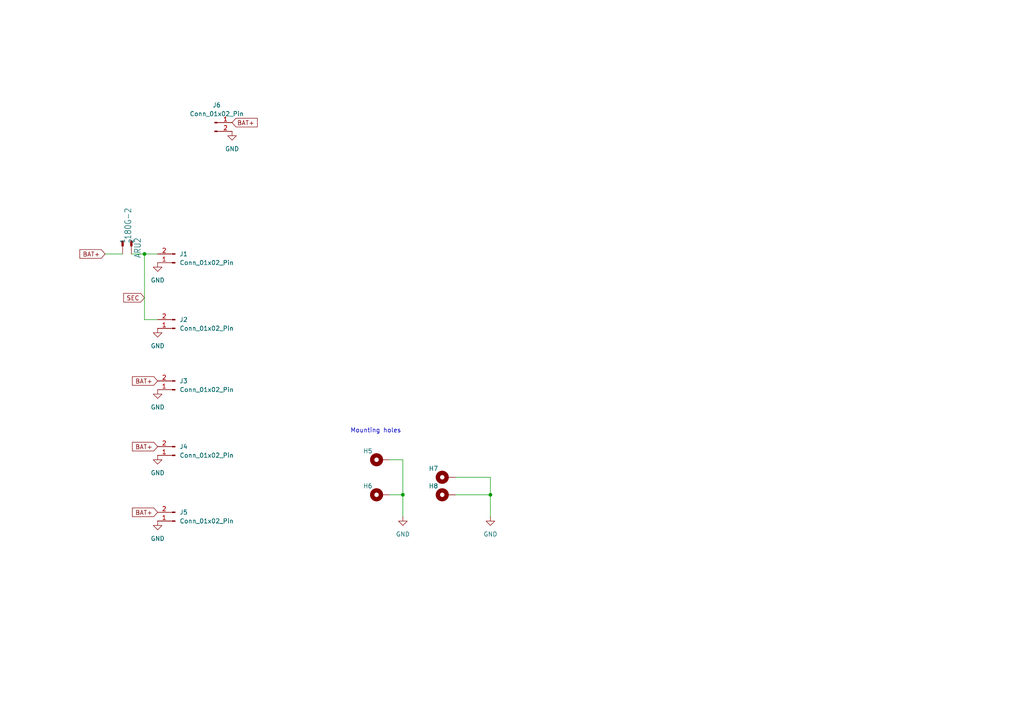
<source format=kicad_sch>
(kicad_sch
	(version 20231120)
	(generator "eeschema")
	(generator_version "8.0")
	(uuid "4393144b-af33-419f-9078-358c949c339c")
	(paper "A4")
	(lib_symbols
		(symbol "Connector:Conn_01x02_Pin"
			(pin_names
				(offset 1.016) hide)
			(exclude_from_sim no)
			(in_bom yes)
			(on_board yes)
			(property "Reference" "J"
				(at 0 2.54 0)
				(effects
					(font
						(size 1.27 1.27)
					)
				)
			)
			(property "Value" "Conn_01x02_Pin"
				(at 0 -5.08 0)
				(effects
					(font
						(size 1.27 1.27)
					)
				)
			)
			(property "Footprint" ""
				(at 0 0 0)
				(effects
					(font
						(size 1.27 1.27)
					)
					(hide yes)
				)
			)
			(property "Datasheet" "~"
				(at 0 0 0)
				(effects
					(font
						(size 1.27 1.27)
					)
					(hide yes)
				)
			)
			(property "Description" "Generic connector, single row, 01x02, script generated"
				(at 0 0 0)
				(effects
					(font
						(size 1.27 1.27)
					)
					(hide yes)
				)
			)
			(property "ki_locked" ""
				(at 0 0 0)
				(effects
					(font
						(size 1.27 1.27)
					)
				)
			)
			(property "ki_keywords" "connector"
				(at 0 0 0)
				(effects
					(font
						(size 1.27 1.27)
					)
					(hide yes)
				)
			)
			(property "ki_fp_filters" "Connector*:*_1x??_*"
				(at 0 0 0)
				(effects
					(font
						(size 1.27 1.27)
					)
					(hide yes)
				)
			)
			(symbol "Conn_01x02_Pin_1_1"
				(polyline
					(pts
						(xy 1.27 -2.54) (xy 0.8636 -2.54)
					)
					(stroke
						(width 0.1524)
						(type default)
					)
					(fill
						(type none)
					)
				)
				(polyline
					(pts
						(xy 1.27 0) (xy 0.8636 0)
					)
					(stroke
						(width 0.1524)
						(type default)
					)
					(fill
						(type none)
					)
				)
				(rectangle
					(start 0.8636 -2.413)
					(end 0 -2.667)
					(stroke
						(width 0.1524)
						(type default)
					)
					(fill
						(type outline)
					)
				)
				(rectangle
					(start 0.8636 0.127)
					(end 0 -0.127)
					(stroke
						(width 0.1524)
						(type default)
					)
					(fill
						(type outline)
					)
				)
				(pin passive line
					(at 5.08 0 180)
					(length 3.81)
					(name "Pin_1"
						(effects
							(font
								(size 1.27 1.27)
							)
						)
					)
					(number "1"
						(effects
							(font
								(size 1.27 1.27)
							)
						)
					)
				)
				(pin passive line
					(at 5.08 -2.54 180)
					(length 3.81)
					(name "Pin_2"
						(effects
							(font
								(size 1.27 1.27)
							)
						)
					)
					(number "2"
						(effects
							(font
								(size 1.27 1.27)
							)
						)
					)
				)
			)
		)
		(symbol "Mechanical:MountingHole_Pad"
			(pin_numbers hide)
			(pin_names
				(offset 1.016) hide)
			(exclude_from_sim no)
			(in_bom yes)
			(on_board yes)
			(property "Reference" "H"
				(at 0 6.35 0)
				(effects
					(font
						(size 1.27 1.27)
					)
				)
			)
			(property "Value" "MountingHole_Pad"
				(at 0 4.445 0)
				(effects
					(font
						(size 1.27 1.27)
					)
				)
			)
			(property "Footprint" ""
				(at 0 0 0)
				(effects
					(font
						(size 1.27 1.27)
					)
					(hide yes)
				)
			)
			(property "Datasheet" "~"
				(at 0 0 0)
				(effects
					(font
						(size 1.27 1.27)
					)
					(hide yes)
				)
			)
			(property "Description" "Mounting Hole with connection"
				(at 0 0 0)
				(effects
					(font
						(size 1.27 1.27)
					)
					(hide yes)
				)
			)
			(property "ki_keywords" "mounting hole"
				(at 0 0 0)
				(effects
					(font
						(size 1.27 1.27)
					)
					(hide yes)
				)
			)
			(property "ki_fp_filters" "MountingHole*Pad*"
				(at 0 0 0)
				(effects
					(font
						(size 1.27 1.27)
					)
					(hide yes)
				)
			)
			(symbol "MountingHole_Pad_0_1"
				(circle
					(center 0 1.27)
					(radius 1.27)
					(stroke
						(width 1.27)
						(type default)
					)
					(fill
						(type none)
					)
				)
			)
			(symbol "MountingHole_Pad_1_1"
				(pin input line
					(at 0 -2.54 90)
					(length 2.54)
					(name "1"
						(effects
							(font
								(size 1.27 1.27)
							)
						)
					)
					(number "1"
						(effects
							(font
								(size 1.27 1.27)
							)
						)
					)
				)
			)
		)
		(symbol "power:GND"
			(power)
			(pin_numbers hide)
			(pin_names
				(offset 0) hide)
			(exclude_from_sim no)
			(in_bom yes)
			(on_board yes)
			(property "Reference" "#PWR"
				(at 0 -6.35 0)
				(effects
					(font
						(size 1.27 1.27)
					)
					(hide yes)
				)
			)
			(property "Value" "GND"
				(at 0 -3.81 0)
				(effects
					(font
						(size 1.27 1.27)
					)
				)
			)
			(property "Footprint" ""
				(at 0 0 0)
				(effects
					(font
						(size 1.27 1.27)
					)
					(hide yes)
				)
			)
			(property "Datasheet" ""
				(at 0 0 0)
				(effects
					(font
						(size 1.27 1.27)
					)
					(hide yes)
				)
			)
			(property "Description" "Power symbol creates a global label with name \"GND\" , ground"
				(at 0 0 0)
				(effects
					(font
						(size 1.27 1.27)
					)
					(hide yes)
				)
			)
			(property "ki_keywords" "global power"
				(at 0 0 0)
				(effects
					(font
						(size 1.27 1.27)
					)
					(hide yes)
				)
			)
			(symbol "GND_0_1"
				(polyline
					(pts
						(xy 0 0) (xy 0 -1.27) (xy 1.27 -1.27) (xy 0 -2.54) (xy -1.27 -1.27) (xy 0 -1.27)
					)
					(stroke
						(width 0)
						(type default)
					)
					(fill
						(type none)
					)
				)
			)
			(symbol "GND_1_1"
				(pin power_in line
					(at 0 0 270)
					(length 0)
					(name "~"
						(effects
							(font
								(size 1.27 1.27)
							)
						)
					)
					(number "1"
						(effects
							(font
								(size 1.27 1.27)
							)
						)
					)
				)
			)
		)
		(symbol "schematic1-eagle-import:180G-2"
			(exclude_from_sim no)
			(in_bom yes)
			(on_board yes)
			(property "Reference" "X"
				(at 0 1.778 0)
				(effects
					(font
						(size 1.778 1.5113)
					)
					(justify left bottom)
				)
			)
			(property "Value" "180G-2"
				(at 0 -5.842 0)
				(effects
					(font
						(size 1.778 1.5113)
					)
					(justify left bottom)
				)
			)
			(property "Footprint" "schematic1:180G-2"
				(at 0 0 0)
				(effects
					(font
						(size 1.27 1.27)
					)
					(hide yes)
				)
			)
			(property "Datasheet" ""
				(at 0 0 0)
				(effects
					(font
						(size 1.27 1.27)
					)
					(hide yes)
				)
			)
			(property "Description" ""
				(at 0 0 0)
				(effects
					(font
						(size 1.27 1.27)
					)
					(hide yes)
				)
			)
			(property "ki_locked" ""
				(at 0 0 0)
				(effects
					(font
						(size 1.27 1.27)
					)
				)
			)
			(symbol "180G-2_1_0"
				(rectangle
					(start -0.254 -2.794)
					(end 1.27 -2.286)
					(stroke
						(width 0)
						(type default)
					)
					(fill
						(type outline)
					)
				)
				(rectangle
					(start -0.254 -0.254)
					(end 1.27 0.254)
					(stroke
						(width 0)
						(type default)
					)
					(fill
						(type outline)
					)
				)
				(pin passive line
					(at -2.54 0 0)
					(length 2.54)
					(name "1"
						(effects
							(font
								(size 1.27 1.27)
							)
						)
					)
					(number "1"
						(effects
							(font
								(size 0 0)
							)
						)
					)
				)
				(pin passive line
					(at -2.54 -2.54 0)
					(length 2.54)
					(name "2"
						(effects
							(font
								(size 1.27 1.27)
							)
						)
					)
					(number "2"
						(effects
							(font
								(size 0 0)
							)
						)
					)
				)
			)
		)
	)
	(junction
		(at 142.24 143.51)
		(diameter 0)
		(color 0 0 0 0)
		(uuid "5ffd0538-cd46-4869-8d1b-7bc3b53e2491")
	)
	(junction
		(at 116.84 143.51)
		(diameter 0)
		(color 0 0 0 0)
		(uuid "a29bac2d-1219-4c90-8d8a-4168b734333d")
	)
	(junction
		(at 41.91 73.66)
		(diameter 0)
		(color 0 0 0 0)
		(uuid "c43690b4-3514-4ce9-a926-837332e0dc0a")
	)
	(wire
		(pts
			(xy 116.84 133.35) (xy 113.03 133.35)
		)
		(stroke
			(width 0)
			(type default)
		)
		(uuid "046d7134-5eb5-45bf-a62b-2eed6e575f39")
	)
	(wire
		(pts
			(xy 41.91 73.66) (xy 45.72 73.66)
		)
		(stroke
			(width 0)
			(type default)
		)
		(uuid "289cb721-5c15-41f9-b39d-3d40425d1724")
	)
	(wire
		(pts
			(xy 132.08 138.43) (xy 142.24 138.43)
		)
		(stroke
			(width 0)
			(type default)
		)
		(uuid "36fe672d-e099-4e6c-83b2-ee16878d4575")
	)
	(wire
		(pts
			(xy 30.48 73.66) (xy 35.56 73.66)
		)
		(stroke
			(width 0)
			(type default)
		)
		(uuid "3c92ee16-cdd6-4089-9f7c-f23e01c71a28")
	)
	(wire
		(pts
			(xy 41.91 73.66) (xy 41.91 92.71)
		)
		(stroke
			(width 0)
			(type default)
		)
		(uuid "4bb244ab-2e60-4f1d-8348-b13df114acbc")
	)
	(wire
		(pts
			(xy 38.1 73.66) (xy 41.91 73.66)
		)
		(stroke
			(width 0)
			(type default)
		)
		(uuid "589c2bff-48da-4834-a8f0-5f3d1e42adea")
	)
	(wire
		(pts
			(xy 142.24 143.51) (xy 142.24 138.43)
		)
		(stroke
			(width 0)
			(type default)
		)
		(uuid "8d05e7d7-0ee1-4431-b235-8e06c7c99361")
	)
	(wire
		(pts
			(xy 116.84 133.35) (xy 116.84 143.51)
		)
		(stroke
			(width 0)
			(type default)
		)
		(uuid "99dae432-df12-4627-ac5b-efd8236202e6")
	)
	(wire
		(pts
			(xy 116.84 149.86) (xy 116.84 143.51)
		)
		(stroke
			(width 0)
			(type default)
		)
		(uuid "b4a03c6a-ad29-40a6-9cde-9240f43f4344")
	)
	(wire
		(pts
			(xy 132.08 143.51) (xy 142.24 143.51)
		)
		(stroke
			(width 0)
			(type default)
		)
		(uuid "e2b314fc-c043-4079-b496-03069dac4cc5")
	)
	(wire
		(pts
			(xy 142.24 143.51) (xy 142.24 149.86)
		)
		(stroke
			(width 0)
			(type default)
		)
		(uuid "e41fd08b-ab7b-40fd-ab00-dc2c92b756ef")
	)
	(wire
		(pts
			(xy 41.91 92.71) (xy 45.72 92.71)
		)
		(stroke
			(width 0)
			(type default)
		)
		(uuid "e8c0476a-2b6f-4294-829b-61bb32d129b9")
	)
	(wire
		(pts
			(xy 113.03 143.51) (xy 116.84 143.51)
		)
		(stroke
			(width 0)
			(type default)
		)
		(uuid "ff40362e-13c8-43d7-8182-711063a54372")
	)
	(text "Mounting holes\n"
		(exclude_from_sim no)
		(at 101.6 125.73 0)
		(effects
			(font
				(size 1.27 1.27)
			)
			(justify left bottom)
		)
		(uuid "143e82d4-dc66-4b04-95fe-bd5fbe906126")
	)
	(global_label "BAT+"
		(shape input)
		(at 45.72 110.49 180)
		(fields_autoplaced yes)
		(effects
			(font
				(size 1.27 1.27)
			)
			(justify right)
		)
		(uuid "546bdd38-fa2f-475e-bb2e-69e84313266f")
		(property "Intersheetrefs" "${INTERSHEET_REFS}"
			(at 37.8362 110.49 0)
			(effects
				(font
					(size 1.27 1.27)
				)
				(justify right)
				(hide yes)
			)
		)
	)
	(global_label "SEC"
		(shape input)
		(at 41.91 86.36 180)
		(fields_autoplaced yes)
		(effects
			(font
				(size 1.27 1.27)
			)
			(justify right)
		)
		(uuid "62b82fe8-fbbb-49e9-8581-8737a54b6533")
		(property "Intersheetrefs" "${INTERSHEET_REFS}"
			(at 35.2963 86.36 0)
			(effects
				(font
					(size 1.27 1.27)
				)
				(justify right)
				(hide yes)
			)
		)
	)
	(global_label "BAT+"
		(shape input)
		(at 30.48 73.66 180)
		(fields_autoplaced yes)
		(effects
			(font
				(size 1.27 1.27)
			)
			(justify right)
		)
		(uuid "909431b6-52a9-4e0a-80c3-6e2d3f82772e")
		(property "Intersheetrefs" "${INTERSHEET_REFS}"
			(at 22.5962 73.66 0)
			(effects
				(font
					(size 1.27 1.27)
				)
				(justify right)
				(hide yes)
			)
		)
	)
	(global_label "BAT+"
		(shape input)
		(at 45.72 148.59 180)
		(fields_autoplaced yes)
		(effects
			(font
				(size 1.27 1.27)
			)
			(justify right)
		)
		(uuid "97dccf28-57d9-4cca-be8f-883a60e0c696")
		(property "Intersheetrefs" "${INTERSHEET_REFS}"
			(at 37.8362 148.59 0)
			(effects
				(font
					(size 1.27 1.27)
				)
				(justify right)
				(hide yes)
			)
		)
	)
	(global_label "BAT+"
		(shape input)
		(at 45.72 129.54 180)
		(fields_autoplaced yes)
		(effects
			(font
				(size 1.27 1.27)
			)
			(justify right)
		)
		(uuid "c2319499-5212-452c-b9e9-348ddee68901")
		(property "Intersheetrefs" "${INTERSHEET_REFS}"
			(at 37.8362 129.54 0)
			(effects
				(font
					(size 1.27 1.27)
				)
				(justify right)
				(hide yes)
			)
		)
	)
	(global_label "BAT+"
		(shape input)
		(at 67.31 35.56 0)
		(fields_autoplaced yes)
		(effects
			(font
				(size 1.27 1.27)
			)
			(justify left)
		)
		(uuid "f95ce31c-7fa2-4591-af90-0d21de3e8a41")
		(property "Intersheetrefs" "${INTERSHEET_REFS}"
			(at 75.1938 35.56 0)
			(effects
				(font
					(size 1.27 1.27)
				)
				(justify left)
				(hide yes)
			)
		)
	)
	(symbol
		(lib_id "power:GND")
		(at 45.72 132.08 0)
		(unit 1)
		(exclude_from_sim no)
		(in_bom yes)
		(on_board yes)
		(dnp no)
		(fields_autoplaced yes)
		(uuid "09267e07-b45a-41d5-9ec7-c88cb71c1b1a")
		(property "Reference" "#PWR06"
			(at 45.72 138.43 0)
			(effects
				(font
					(size 1.27 1.27)
				)
				(hide yes)
			)
		)
		(property "Value" "GND"
			(at 45.72 137.16 0)
			(effects
				(font
					(size 1.27 1.27)
				)
			)
		)
		(property "Footprint" ""
			(at 45.72 132.08 0)
			(effects
				(font
					(size 1.27 1.27)
				)
				(hide yes)
			)
		)
		(property "Datasheet" ""
			(at 45.72 132.08 0)
			(effects
				(font
					(size 1.27 1.27)
				)
				(hide yes)
			)
		)
		(property "Description" "Power symbol creates a global label with name \"GND\" , ground"
			(at 45.72 132.08 0)
			(effects
				(font
					(size 1.27 1.27)
				)
				(hide yes)
			)
		)
		(pin "1"
			(uuid "c65b1051-6589-48cd-8853-828756202c01")
		)
		(instances
			(project "MultipriseXT60"
				(path "/4393144b-af33-419f-9078-358c949c339c"
					(reference "#PWR06")
					(unit 1)
				)
			)
		)
	)
	(symbol
		(lib_id "Mechanical:MountingHole_Pad")
		(at 129.54 143.51 90)
		(unit 1)
		(exclude_from_sim no)
		(in_bom yes)
		(on_board yes)
		(dnp no)
		(uuid "098dac25-5642-4219-a514-23051ad7de21")
		(property "Reference" "H8"
			(at 125.73 140.97 90)
			(effects
				(font
					(size 1.27 1.27)
				)
			)
		)
		(property "Value" "MountingHole_Pad"
			(at 128.27 140.97 90)
			(effects
				(font
					(size 1.27 1.27)
				)
				(hide yes)
			)
		)
		(property "Footprint" "MountingHole:MountingHole_3.2mm_M3_Pad_Via"
			(at 129.54 143.51 0)
			(effects
				(font
					(size 1.27 1.27)
				)
				(hide yes)
			)
		)
		(property "Datasheet" "~"
			(at 129.54 143.51 0)
			(effects
				(font
					(size 1.27 1.27)
				)
				(hide yes)
			)
		)
		(property "Description" ""
			(at 129.54 143.51 0)
			(effects
				(font
					(size 1.27 1.27)
				)
				(hide yes)
			)
		)
		(property "MFR" "-"
			(at 129.54 143.51 0)
			(effects
				(font
					(size 1.27 1.27)
				)
				(hide yes)
			)
		)
		(pin "1"
			(uuid "570738b1-4fb3-4a74-9e97-e0e62fcc1ca4")
		)
		(instances
			(project "MultipriseXT60"
				(path "/4393144b-af33-419f-9078-358c949c339c"
					(reference "H8")
					(unit 1)
				)
			)
		)
	)
	(symbol
		(lib_id "power:GND")
		(at 45.72 113.03 0)
		(unit 1)
		(exclude_from_sim no)
		(in_bom yes)
		(on_board yes)
		(dnp no)
		(fields_autoplaced yes)
		(uuid "0b09d0e6-d7e8-446c-9d04-466ea54b8f59")
		(property "Reference" "#PWR05"
			(at 45.72 119.38 0)
			(effects
				(font
					(size 1.27 1.27)
				)
				(hide yes)
			)
		)
		(property "Value" "GND"
			(at 45.72 118.11 0)
			(effects
				(font
					(size 1.27 1.27)
				)
			)
		)
		(property "Footprint" ""
			(at 45.72 113.03 0)
			(effects
				(font
					(size 1.27 1.27)
				)
				(hide yes)
			)
		)
		(property "Datasheet" ""
			(at 45.72 113.03 0)
			(effects
				(font
					(size 1.27 1.27)
				)
				(hide yes)
			)
		)
		(property "Description" "Power symbol creates a global label with name \"GND\" , ground"
			(at 45.72 113.03 0)
			(effects
				(font
					(size 1.27 1.27)
				)
				(hide yes)
			)
		)
		(pin "1"
			(uuid "b7b1168a-4c26-4415-92bb-84830c2865d8")
		)
		(instances
			(project "MultipriseXT60"
				(path "/4393144b-af33-419f-9078-358c949c339c"
					(reference "#PWR05")
					(unit 1)
				)
			)
		)
	)
	(symbol
		(lib_id "Mechanical:MountingHole_Pad")
		(at 129.54 138.43 90)
		(unit 1)
		(exclude_from_sim no)
		(in_bom yes)
		(on_board yes)
		(dnp no)
		(uuid "267fbb39-cc5e-4598-9bf2-d3fe6027425f")
		(property "Reference" "H7"
			(at 125.73 135.89 90)
			(effects
				(font
					(size 1.27 1.27)
				)
			)
		)
		(property "Value" "MountingHole_Pad"
			(at 128.27 135.89 90)
			(effects
				(font
					(size 1.27 1.27)
				)
				(hide yes)
			)
		)
		(property "Footprint" "MountingHole:MountingHole_3.2mm_M3_Pad_Via"
			(at 129.54 138.43 0)
			(effects
				(font
					(size 1.27 1.27)
				)
				(hide yes)
			)
		)
		(property "Datasheet" "~"
			(at 129.54 138.43 0)
			(effects
				(font
					(size 1.27 1.27)
				)
				(hide yes)
			)
		)
		(property "Description" ""
			(at 129.54 138.43 0)
			(effects
				(font
					(size 1.27 1.27)
				)
				(hide yes)
			)
		)
		(property "MFR" "-"
			(at 129.54 138.43 0)
			(effects
				(font
					(size 1.27 1.27)
				)
				(hide yes)
			)
		)
		(pin "1"
			(uuid "d70ada78-2bf3-4e0f-b051-9773a90d6694")
		)
		(instances
			(project "MultipriseXT60"
				(path "/4393144b-af33-419f-9078-358c949c339c"
					(reference "H7")
					(unit 1)
				)
			)
		)
	)
	(symbol
		(lib_id "power:GND")
		(at 45.72 76.2 0)
		(unit 1)
		(exclude_from_sim no)
		(in_bom yes)
		(on_board yes)
		(dnp no)
		(fields_autoplaced yes)
		(uuid "2bd4cdb3-d0f2-49a6-9714-3d8352320a2f")
		(property "Reference" "#PWR02"
			(at 45.72 82.55 0)
			(effects
				(font
					(size 1.27 1.27)
				)
				(hide yes)
			)
		)
		(property "Value" "GND"
			(at 45.72 81.28 0)
			(effects
				(font
					(size 1.27 1.27)
				)
			)
		)
		(property "Footprint" ""
			(at 45.72 76.2 0)
			(effects
				(font
					(size 1.27 1.27)
				)
				(hide yes)
			)
		)
		(property "Datasheet" ""
			(at 45.72 76.2 0)
			(effects
				(font
					(size 1.27 1.27)
				)
				(hide yes)
			)
		)
		(property "Description" "Power symbol creates a global label with name \"GND\" , ground"
			(at 45.72 76.2 0)
			(effects
				(font
					(size 1.27 1.27)
				)
				(hide yes)
			)
		)
		(pin "1"
			(uuid "4182bbbf-ca30-46ba-896c-d366ba493f37")
		)
		(instances
			(project ""
				(path "/4393144b-af33-419f-9078-358c949c339c"
					(reference "#PWR02")
					(unit 1)
				)
			)
		)
	)
	(symbol
		(lib_id "Connector:Conn_01x02_Pin")
		(at 50.8 95.25 180)
		(unit 1)
		(exclude_from_sim no)
		(in_bom yes)
		(on_board yes)
		(dnp no)
		(fields_autoplaced yes)
		(uuid "516cf3b6-3b2b-470f-82c7-b710dcebdcb9")
		(property "Reference" "J2"
			(at 52.07 92.7099 0)
			(effects
				(font
					(size 1.27 1.27)
				)
				(justify right)
			)
		)
		(property "Value" "Conn_01x02_Pin"
			(at 52.07 95.2499 0)
			(effects
				(font
					(size 1.27 1.27)
				)
				(justify right)
			)
		)
		(property "Footprint" "Connector_AMASS:AMASS_XT60PW-F_1x02_P7.20mm_Horizontal"
			(at 50.8 95.25 0)
			(effects
				(font
					(size 1.27 1.27)
				)
				(hide yes)
			)
		)
		(property "Datasheet" "~"
			(at 50.8 95.25 0)
			(effects
				(font
					(size 1.27 1.27)
				)
				(hide yes)
			)
		)
		(property "Description" "Generic connector, single row, 01x02, script generated"
			(at 50.8 95.25 0)
			(effects
				(font
					(size 1.27 1.27)
				)
				(hide yes)
			)
		)
		(pin "2"
			(uuid "7b116c76-7133-4409-bce6-bd1370a82df6")
		)
		(pin "1"
			(uuid "71479582-835f-43d5-8483-6a858c746176")
		)
		(instances
			(project "MultipriseXT60"
				(path "/4393144b-af33-419f-9078-358c949c339c"
					(reference "J2")
					(unit 1)
				)
			)
		)
	)
	(symbol
		(lib_id "Connector:Conn_01x02_Pin")
		(at 50.8 151.13 180)
		(unit 1)
		(exclude_from_sim no)
		(in_bom yes)
		(on_board yes)
		(dnp no)
		(fields_autoplaced yes)
		(uuid "51820269-6921-4b7d-8af1-e2b28ec8860b")
		(property "Reference" "J5"
			(at 52.07 148.5899 0)
			(effects
				(font
					(size 1.27 1.27)
				)
				(justify right)
			)
		)
		(property "Value" "Conn_01x02_Pin"
			(at 52.07 151.1299 0)
			(effects
				(font
					(size 1.27 1.27)
				)
				(justify right)
			)
		)
		(property "Footprint" "Connector_AMASS:AMASS_XT60PW-F_1x02_P7.20mm_Horizontal"
			(at 50.8 151.13 0)
			(effects
				(font
					(size 1.27 1.27)
				)
				(hide yes)
			)
		)
		(property "Datasheet" "~"
			(at 50.8 151.13 0)
			(effects
				(font
					(size 1.27 1.27)
				)
				(hide yes)
			)
		)
		(property "Description" "Generic connector, single row, 01x02, script generated"
			(at 50.8 151.13 0)
			(effects
				(font
					(size 1.27 1.27)
				)
				(hide yes)
			)
		)
		(pin "2"
			(uuid "32a82278-1c17-43fe-886a-427e3ba52659")
		)
		(pin "1"
			(uuid "e9616a81-ff19-4b7d-8730-988c10dcd350")
		)
		(instances
			(project "MultipriseXT60"
				(path "/4393144b-af33-419f-9078-358c949c339c"
					(reference "J5")
					(unit 1)
				)
			)
		)
	)
	(symbol
		(lib_id "Connector:Conn_01x02_Pin")
		(at 50.8 113.03 180)
		(unit 1)
		(exclude_from_sim no)
		(in_bom yes)
		(on_board yes)
		(dnp no)
		(fields_autoplaced yes)
		(uuid "5b5953c1-da56-4914-8de1-9ea62e47fb94")
		(property "Reference" "J3"
			(at 52.07 110.4899 0)
			(effects
				(font
					(size 1.27 1.27)
				)
				(justify right)
			)
		)
		(property "Value" "Conn_01x02_Pin"
			(at 52.07 113.0299 0)
			(effects
				(font
					(size 1.27 1.27)
				)
				(justify right)
			)
		)
		(property "Footprint" "Connector_AMASS:AMASS_XT60PW-F_1x02_P7.20mm_Horizontal"
			(at 50.8 113.03 0)
			(effects
				(font
					(size 1.27 1.27)
				)
				(hide yes)
			)
		)
		(property "Datasheet" "~"
			(at 50.8 113.03 0)
			(effects
				(font
					(size 1.27 1.27)
				)
				(hide yes)
			)
		)
		(property "Description" "Generic connector, single row, 01x02, script generated"
			(at 50.8 113.03 0)
			(effects
				(font
					(size 1.27 1.27)
				)
				(hide yes)
			)
		)
		(pin "2"
			(uuid "5b095f59-d06a-43fa-b12b-caead3532688")
		)
		(pin "1"
			(uuid "8ec658a1-b7b9-41f6-8a68-f3aa1d96b7fd")
		)
		(instances
			(project "MultipriseXT60"
				(path "/4393144b-af33-419f-9078-358c949c339c"
					(reference "J3")
					(unit 1)
				)
			)
		)
	)
	(symbol
		(lib_id "schematic1-eagle-import:180G-2")
		(at 35.56 71.12 90)
		(unit 1)
		(exclude_from_sim no)
		(in_bom yes)
		(on_board yes)
		(dnp no)
		(uuid "5cce4ce8-e93f-42ec-b3c9-a5fd83f00c33")
		(property "Reference" "ARU2"
			(at 40.894 74.93 0)
			(effects
				(font
					(size 1.778 1.5113)
				)
				(justify left bottom)
			)
		)
		(property "Value" "180G-2"
			(at 38.1 69.596 0)
			(effects
				(font
					(size 1.778 1.5113)
				)
				(justify left bottom)
			)
		)
		(property "Footprint" "Connector_AMASS:AMASS_XT60-F_1x02_P7.20mm_Vertical"
			(at 35.56 71.12 0)
			(effects
				(font
					(size 1.27 1.27)
				)
				(hide yes)
			)
		)
		(property "Datasheet" ""
			(at 35.56 71.12 0)
			(effects
				(font
					(size 1.27 1.27)
				)
				(hide yes)
			)
		)
		(property "Description" ""
			(at 35.56 71.12 0)
			(effects
				(font
					(size 1.27 1.27)
				)
				(hide yes)
			)
		)
		(pin "1"
			(uuid "3657950a-56e8-4c23-b428-43059996f22f")
		)
		(pin "2"
			(uuid "791678fb-1398-4577-95ed-d899beb610de")
		)
		(instances
			(project "MultipriseXT60"
				(path "/4393144b-af33-419f-9078-358c949c339c"
					(reference "ARU2")
					(unit 1)
				)
			)
		)
	)
	(symbol
		(lib_id "power:GND")
		(at 45.72 95.25 0)
		(unit 1)
		(exclude_from_sim no)
		(in_bom yes)
		(on_board yes)
		(dnp no)
		(fields_autoplaced yes)
		(uuid "73728613-166d-47af-8c9f-37d37466c637")
		(property "Reference" "#PWR04"
			(at 45.72 101.6 0)
			(effects
				(font
					(size 1.27 1.27)
				)
				(hide yes)
			)
		)
		(property "Value" "GND"
			(at 45.72 100.33 0)
			(effects
				(font
					(size 1.27 1.27)
				)
			)
		)
		(property "Footprint" ""
			(at 45.72 95.25 0)
			(effects
				(font
					(size 1.27 1.27)
				)
				(hide yes)
			)
		)
		(property "Datasheet" ""
			(at 45.72 95.25 0)
			(effects
				(font
					(size 1.27 1.27)
				)
				(hide yes)
			)
		)
		(property "Description" "Power symbol creates a global label with name \"GND\" , ground"
			(at 45.72 95.25 0)
			(effects
				(font
					(size 1.27 1.27)
				)
				(hide yes)
			)
		)
		(pin "1"
			(uuid "bc7276af-a4c8-489a-aee5-1c12927ebbc6")
		)
		(instances
			(project "MultipriseXT60"
				(path "/4393144b-af33-419f-9078-358c949c339c"
					(reference "#PWR04")
					(unit 1)
				)
			)
		)
	)
	(symbol
		(lib_id "power:GND")
		(at 45.72 151.13 0)
		(unit 1)
		(exclude_from_sim no)
		(in_bom yes)
		(on_board yes)
		(dnp no)
		(fields_autoplaced yes)
		(uuid "79d5fb7f-3283-4dfc-bc43-bcb4dae0e3e8")
		(property "Reference" "#PWR07"
			(at 45.72 157.48 0)
			(effects
				(font
					(size 1.27 1.27)
				)
				(hide yes)
			)
		)
		(property "Value" "GND"
			(at 45.72 156.21 0)
			(effects
				(font
					(size 1.27 1.27)
				)
			)
		)
		(property "Footprint" ""
			(at 45.72 151.13 0)
			(effects
				(font
					(size 1.27 1.27)
				)
				(hide yes)
			)
		)
		(property "Datasheet" ""
			(at 45.72 151.13 0)
			(effects
				(font
					(size 1.27 1.27)
				)
				(hide yes)
			)
		)
		(property "Description" "Power symbol creates a global label with name \"GND\" , ground"
			(at 45.72 151.13 0)
			(effects
				(font
					(size 1.27 1.27)
				)
				(hide yes)
			)
		)
		(pin "1"
			(uuid "ea5da4b9-100f-4eee-94a5-71b67736646c")
		)
		(instances
			(project "MultipriseXT60"
				(path "/4393144b-af33-419f-9078-358c949c339c"
					(reference "#PWR07")
					(unit 1)
				)
			)
		)
	)
	(symbol
		(lib_id "power:GND")
		(at 67.31 38.1 0)
		(unit 1)
		(exclude_from_sim no)
		(in_bom yes)
		(on_board yes)
		(dnp no)
		(fields_autoplaced yes)
		(uuid "7b42ee72-72e4-49e8-8b2d-7703c96572b3")
		(property "Reference" "#PWR01"
			(at 67.31 44.45 0)
			(effects
				(font
					(size 1.27 1.27)
				)
				(hide yes)
			)
		)
		(property "Value" "GND"
			(at 67.31 43.18 0)
			(effects
				(font
					(size 1.27 1.27)
				)
			)
		)
		(property "Footprint" ""
			(at 67.31 38.1 0)
			(effects
				(font
					(size 1.27 1.27)
				)
				(hide yes)
			)
		)
		(property "Datasheet" ""
			(at 67.31 38.1 0)
			(effects
				(font
					(size 1.27 1.27)
				)
				(hide yes)
			)
		)
		(property "Description" "Power symbol creates a global label with name \"GND\" , ground"
			(at 67.31 38.1 0)
			(effects
				(font
					(size 1.27 1.27)
				)
				(hide yes)
			)
		)
		(pin "1"
			(uuid "cbdc0e38-2779-4d5b-8bb9-710abfd40938")
		)
		(instances
			(project ""
				(path "/4393144b-af33-419f-9078-358c949c339c"
					(reference "#PWR01")
					(unit 1)
				)
			)
		)
	)
	(symbol
		(lib_id "Connector:Conn_01x02_Pin")
		(at 50.8 132.08 180)
		(unit 1)
		(exclude_from_sim no)
		(in_bom yes)
		(on_board yes)
		(dnp no)
		(fields_autoplaced yes)
		(uuid "810f2240-07ff-4f90-aef2-e6bc1aa75912")
		(property "Reference" "J4"
			(at 52.07 129.5399 0)
			(effects
				(font
					(size 1.27 1.27)
				)
				(justify right)
			)
		)
		(property "Value" "Conn_01x02_Pin"
			(at 52.07 132.0799 0)
			(effects
				(font
					(size 1.27 1.27)
				)
				(justify right)
			)
		)
		(property "Footprint" "Connector_AMASS:AMASS_XT60PW-F_1x02_P7.20mm_Horizontal"
			(at 50.8 132.08 0)
			(effects
				(font
					(size 1.27 1.27)
				)
				(hide yes)
			)
		)
		(property "Datasheet" "~"
			(at 50.8 132.08 0)
			(effects
				(font
					(size 1.27 1.27)
				)
				(hide yes)
			)
		)
		(property "Description" "Generic connector, single row, 01x02, script generated"
			(at 50.8 132.08 0)
			(effects
				(font
					(size 1.27 1.27)
				)
				(hide yes)
			)
		)
		(pin "2"
			(uuid "ca536f03-22f9-4b1b-9be6-596f42ecd372")
		)
		(pin "1"
			(uuid "af22378a-0fe5-409f-8922-590279489c9c")
		)
		(instances
			(project "MultipriseXT60"
				(path "/4393144b-af33-419f-9078-358c949c339c"
					(reference "J4")
					(unit 1)
				)
			)
		)
	)
	(symbol
		(lib_id "power:GND")
		(at 142.24 149.86 0)
		(unit 1)
		(exclude_from_sim no)
		(in_bom yes)
		(on_board yes)
		(dnp no)
		(fields_autoplaced yes)
		(uuid "82316171-0090-456c-a611-3d0c36b30ac3")
		(property "Reference" "#PWR08"
			(at 142.24 156.21 0)
			(effects
				(font
					(size 1.27 1.27)
				)
				(hide yes)
			)
		)
		(property "Value" "GND"
			(at 142.24 154.94 0)
			(effects
				(font
					(size 1.27 1.27)
				)
			)
		)
		(property "Footprint" ""
			(at 142.24 149.86 0)
			(effects
				(font
					(size 1.27 1.27)
				)
				(hide yes)
			)
		)
		(property "Datasheet" ""
			(at 142.24 149.86 0)
			(effects
				(font
					(size 1.27 1.27)
				)
				(hide yes)
			)
		)
		(property "Description" ""
			(at 142.24 149.86 0)
			(effects
				(font
					(size 1.27 1.27)
				)
				(hide yes)
			)
		)
		(pin "1"
			(uuid "f0d89e7a-9d3c-464c-8fc5-f11548944f76")
		)
		(instances
			(project "MultipriseXT60"
				(path "/4393144b-af33-419f-9078-358c949c339c"
					(reference "#PWR08")
					(unit 1)
				)
			)
		)
	)
	(symbol
		(lib_id "Connector:Conn_01x02_Pin")
		(at 50.8 76.2 180)
		(unit 1)
		(exclude_from_sim no)
		(in_bom yes)
		(on_board yes)
		(dnp no)
		(fields_autoplaced yes)
		(uuid "8b451231-61f6-43f6-b8c3-7304b506121b")
		(property "Reference" "J1"
			(at 52.07 73.6599 0)
			(effects
				(font
					(size 1.27 1.27)
				)
				(justify right)
			)
		)
		(property "Value" "Conn_01x02_Pin"
			(at 52.07 76.1999 0)
			(effects
				(font
					(size 1.27 1.27)
				)
				(justify right)
			)
		)
		(property "Footprint" "Connector_AMASS:AMASS_XT60PW-F_1x02_P7.20mm_Horizontal"
			(at 50.8 76.2 0)
			(effects
				(font
					(size 1.27 1.27)
				)
				(hide yes)
			)
		)
		(property "Datasheet" "~"
			(at 50.8 76.2 0)
			(effects
				(font
					(size 1.27 1.27)
				)
				(hide yes)
			)
		)
		(property "Description" "Generic connector, single row, 01x02, script generated"
			(at 50.8 76.2 0)
			(effects
				(font
					(size 1.27 1.27)
				)
				(hide yes)
			)
		)
		(pin "2"
			(uuid "4751dd95-eec9-492c-afbb-a4256b8daeb0")
		)
		(pin "1"
			(uuid "09073f8c-8d2a-44eb-a051-681e9e7f8f71")
		)
		(instances
			(project "MultipriseXT60"
				(path "/4393144b-af33-419f-9078-358c949c339c"
					(reference "J1")
					(unit 1)
				)
			)
		)
	)
	(symbol
		(lib_id "Connector:Conn_01x02_Pin")
		(at 62.23 35.56 0)
		(unit 1)
		(exclude_from_sim no)
		(in_bom yes)
		(on_board yes)
		(dnp no)
		(fields_autoplaced yes)
		(uuid "a58af352-43bf-4093-b9be-e2bd8e0f349b")
		(property "Reference" "J6"
			(at 62.865 30.48 0)
			(effects
				(font
					(size 1.27 1.27)
				)
			)
		)
		(property "Value" "Conn_01x02_Pin"
			(at 62.865 33.02 0)
			(effects
				(font
					(size 1.27 1.27)
				)
			)
		)
		(property "Footprint" "Connector_AMASS:AMASS_XT60PW-F_1x02_P7.20mm_Horizontal"
			(at 62.23 35.56 0)
			(effects
				(font
					(size 1.27 1.27)
				)
				(hide yes)
			)
		)
		(property "Datasheet" "~"
			(at 62.23 35.56 0)
			(effects
				(font
					(size 1.27 1.27)
				)
				(hide yes)
			)
		)
		(property "Description" "Generic connector, single row, 01x02, script generated"
			(at 62.23 35.56 0)
			(effects
				(font
					(size 1.27 1.27)
				)
				(hide yes)
			)
		)
		(pin "2"
			(uuid "7ed424fb-4a18-457a-b19a-50fac0e03038")
		)
		(pin "1"
			(uuid "b7d9ed13-51c6-49b4-a5c5-9956bf9415d2")
		)
		(instances
			(project "MultipriseXT60"
				(path "/4393144b-af33-419f-9078-358c949c339c"
					(reference "J6")
					(unit 1)
				)
			)
		)
	)
	(symbol
		(lib_id "power:GND")
		(at 116.84 149.86 0)
		(unit 1)
		(exclude_from_sim no)
		(in_bom yes)
		(on_board yes)
		(dnp no)
		(fields_autoplaced yes)
		(uuid "a91f9b83-0915-4979-9d89-4899145f54b9")
		(property "Reference" "#PWR03"
			(at 116.84 156.21 0)
			(effects
				(font
					(size 1.27 1.27)
				)
				(hide yes)
			)
		)
		(property "Value" "GND"
			(at 116.84 154.94 0)
			(effects
				(font
					(size 1.27 1.27)
				)
			)
		)
		(property "Footprint" ""
			(at 116.84 149.86 0)
			(effects
				(font
					(size 1.27 1.27)
				)
				(hide yes)
			)
		)
		(property "Datasheet" ""
			(at 116.84 149.86 0)
			(effects
				(font
					(size 1.27 1.27)
				)
				(hide yes)
			)
		)
		(property "Description" ""
			(at 116.84 149.86 0)
			(effects
				(font
					(size 1.27 1.27)
				)
				(hide yes)
			)
		)
		(pin "1"
			(uuid "dc8392f6-a7d1-4018-98ea-3a562649c1ef")
		)
		(instances
			(project "MultipriseXT60"
				(path "/4393144b-af33-419f-9078-358c949c339c"
					(reference "#PWR03")
					(unit 1)
				)
			)
		)
	)
	(symbol
		(lib_id "Mechanical:MountingHole_Pad")
		(at 110.49 133.35 90)
		(unit 1)
		(exclude_from_sim no)
		(in_bom yes)
		(on_board yes)
		(dnp no)
		(uuid "bb87a56a-0e54-4b98-80f2-bb731a87ebfb")
		(property "Reference" "H5"
			(at 106.68 130.81 90)
			(effects
				(font
					(size 1.27 1.27)
				)
			)
		)
		(property "Value" "MountingHole_Pad"
			(at 109.22 130.81 90)
			(effects
				(font
					(size 1.27 1.27)
				)
				(hide yes)
			)
		)
		(property "Footprint" "MountingHole:MountingHole_3.2mm_M3_Pad_Via"
			(at 110.49 133.35 0)
			(effects
				(font
					(size 1.27 1.27)
				)
				(hide yes)
			)
		)
		(property "Datasheet" "~"
			(at 110.49 133.35 0)
			(effects
				(font
					(size 1.27 1.27)
				)
				(hide yes)
			)
		)
		(property "Description" ""
			(at 110.49 133.35 0)
			(effects
				(font
					(size 1.27 1.27)
				)
				(hide yes)
			)
		)
		(property "MFR" "-"
			(at 110.49 133.35 0)
			(effects
				(font
					(size 1.27 1.27)
				)
				(hide yes)
			)
		)
		(pin "1"
			(uuid "57734102-f53d-4301-8d86-757f3e9504bf")
		)
		(instances
			(project "MultipriseXT60"
				(path "/4393144b-af33-419f-9078-358c949c339c"
					(reference "H5")
					(unit 1)
				)
			)
		)
	)
	(symbol
		(lib_id "Mechanical:MountingHole_Pad")
		(at 110.49 143.51 90)
		(unit 1)
		(exclude_from_sim no)
		(in_bom yes)
		(on_board yes)
		(dnp no)
		(uuid "db724c00-c4d7-49c3-9a1a-809455188430")
		(property "Reference" "H6"
			(at 106.68 140.97 90)
			(effects
				(font
					(size 1.27 1.27)
				)
			)
		)
		(property "Value" "MountingHole_Pad"
			(at 109.22 140.97 90)
			(effects
				(font
					(size 1.27 1.27)
				)
				(hide yes)
			)
		)
		(property "Footprint" "MountingHole:MountingHole_3.2mm_M3_Pad_Via"
			(at 110.49 143.51 0)
			(effects
				(font
					(size 1.27 1.27)
				)
				(hide yes)
			)
		)
		(property "Datasheet" "~"
			(at 110.49 143.51 0)
			(effects
				(font
					(size 1.27 1.27)
				)
				(hide yes)
			)
		)
		(property "Description" ""
			(at 110.49 143.51 0)
			(effects
				(font
					(size 1.27 1.27)
				)
				(hide yes)
			)
		)
		(property "MFR" "-"
			(at 110.49 143.51 0)
			(effects
				(font
					(size 1.27 1.27)
				)
				(hide yes)
			)
		)
		(pin "1"
			(uuid "2027f5d6-5e14-4d93-9afd-9cdd2c2fd57c")
		)
		(instances
			(project "MultipriseXT60"
				(path "/4393144b-af33-419f-9078-358c949c339c"
					(reference "H6")
					(unit 1)
				)
			)
		)
	)
	(sheet_instances
		(path "/"
			(page "1")
		)
	)
)

</source>
